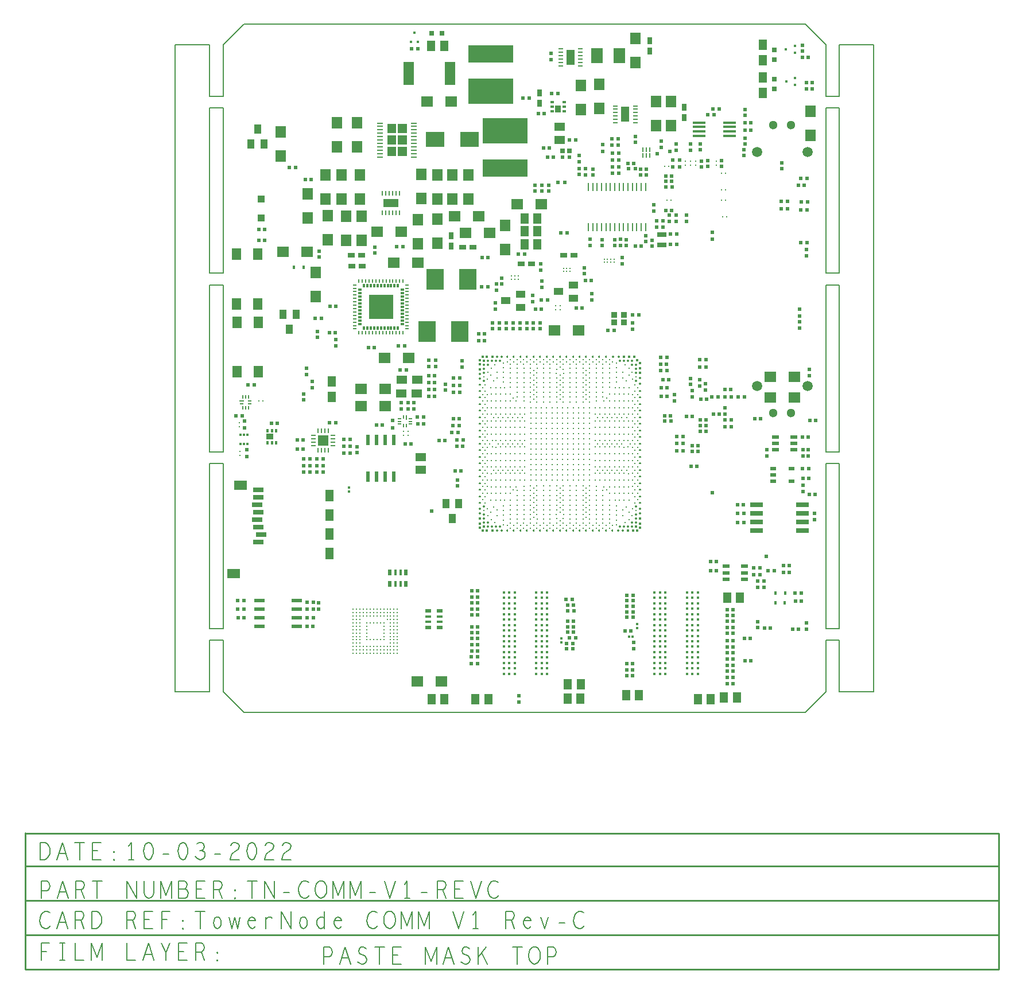
<source format=gbr>
G04 ================== begin FILE IDENTIFICATION RECORD ==================*
G04 Layout Name:  COM_V1_P3-10March2022.brd*
G04 Film Name:    COM_V1_P2-PT.gbr*
G04 File Format:  Gerber RS274X*
G04 File Origin:  Cadence Allegro 16.6-2015-S108*
G04 Origin Date:  Thu Mar 10 23:17:37 2022*
G04 *
G04 Layer:  DRAWING FORMAT/FILM_LABEL_OUTLINE*
G04 Layer:  PIN/PASTEMASK_TOP*
G04 Layer:  PACKAGE GEOMETRY/PASTEMASK_TOP*
G04 Layer:  BOARD GEOMETRY/OUTLINE*
G04 *
G04 Offset:    (0.000 0.000)*
G04 Mirror:    No*
G04 Mode:      Positive*
G04 Rotation:  0*
G04 FullContactRelief:  No*
G04 UndefLineWidth:     6.000*
G04 ================== end FILE IDENTIFICATION RECORD ====================*
%FSLAX55Y55*MOIN*%
%IR0*IPPOS*OFA0.00000B0.00000*MIA0B0*SFA1.00000B1.00000*%
%ADD31R,.021X.007*%
%ADD29R,.007X.021*%
%AMMACRO52*
4,1,22,-.015709,-.0045,
-.015709,.0045,
.011193,.0045,
.011975,.004435,
.012733,.004235,
.013446,.003907,
.01409,.00346,
.014647,.002908,
.0151,.002267,
.015435,.001558,
.015641,.000801,
.015713,.00002,
.015648,-.000762,
.015448,-.001521,
.01512,-.002233,
.014672,-.002878,
.01412,-.003435,
.01348,-.003887,
.01277,-.004222,
.012013,-.004428,
.011232,-.0045,
.011193,-.0045,
-.015709,-.0045,
0.0*
%
%ADD52MACRO52*%
%ADD79R,.106X.087*%
%ADD32R,.14X.14*%
%ADD51R,.059X.138*%
%ADD68C,.009055*%
%ADD22C,.009449*%
%ADD41R,.023622X.007874*%
%ADD42R,.007874X.023622*%
%ADD74R,.009843X.051575*%
%ADD40R,.007874X.007874*%
%ADD27R,.1X.12*%
%ADD91R,.008661X.027559*%
%ADD37O,.007874X.029528*%
%ADD38O,.029528X.007874*%
%ADD77R,.26X.1*%
%ADD28R,.012X.02*%
%ADD44R,.027559X.007874*%
%ADD30R,.02X.012*%
%ADD61O,.0135X.01*%
%ADD43R,.007874X.027559*%
%ADD39R,.04X.03*%
%ADD80R,.03X.04*%
%ADD64O,.01X.0135*%
%ADD75R,.02X.016*%
%ADD78R,.26X.15*%
%ADD24R,.016X.02*%
%ADD72R,.027X.011*%
%ADD35R,.06X.05*%
%ADD21R,.017X.012*%
%ADD85R,.012X.017*%
%ADD49R,.011X.027*%
%ADD34R,.05X.06*%
%ADD10R,.07X.06*%
%AMMACRO53*
4,1,22,.015709,.0045,
.015709,-.0045,
-.011193,-.0045,
-.011975,-.004435,
-.012733,-.004235,
-.013446,-.003907,
-.01409,-.00346,
-.014647,-.002908,
-.0151,-.002267,
-.015435,-.001558,
-.015641,-.000801,
-.015713,-.00002,
-.015648,.000762,
-.015448,.001521,
-.01512,.002233,
-.014672,.002878,
-.01412,.003435,
-.01348,.003887,
-.01277,.004222,
-.012013,.004428,
-.011232,.0045,
-.011193,.0045,
.015709,.0045,
0.0*
%
%ADD53MACRO53*%
%ADD33R,.06X.07*%
%ADD76R,.038X.041*%
%ADD63C,.011*%
%ADD18R,.045X.07*%
%ADD69R,.037X.033*%
%ADD62C,.012*%
%ADD25R,.041X.038*%
%ADD65C,.013*%
%ADD92R,.075X.015*%
%ADD60C,.014*%
%ADD45R,.0118X.0181*%
%ADD14R,.059X.051*%
%ADD84R,.076X.025*%
%ADD71R,.065X.09*%
%ADD59C,.016*%
%ADD57R,.051X.059*%
%ADD50R,.091X.047*%
%ADD73R,.047X.091*%
%ADD70R,.055X.039*%
%ADD16R,.075X.055*%
%ADD46R,.0248X.02205*%
%ADD26R,.039X.055*%
%ADD13R,.02X.02*%
%ADD47R,.02205X.0248*%
%ADD15R,.059X.028*%
%ADD82R,.031X.031*%
%ADD17R,.075X.058*%
%ADD93R,.016142X.011811*%
%ADD55R,.011811X.016142*%
%ADD48R,.058X.068*%
%ADD88C,.051181*%
%ADD81R,.028X.028*%
%ADD56R,.024402X.024402*%
%ADD19R,.023622X.035433*%
%ADD66R,.035433X.023622*%
%ADD36R,.061024X.061024*%
%ADD89C,.059055*%
%ADD54R,.043307X.043307*%
%ADD58C,.015748*%
%ADD83R,.03937X.021654*%
%ADD20R,.015748X.035433*%
%ADD67R,.035433X.015748*%
%ADD11R,.023622X.059843*%
%ADD12R,.059843X.023622*%
%ADD86R,.037402X.019685*%
%ADD90R,.055118X.027559*%
%ADD87R,.03937X.019685*%
%ADD23R,.015748X.019685*%
%ADD94C,.005*%
%ADD95C,.006*%
%ADD96C,.01*%
G75*
%LPD*%
G75*
G36*
G01X101524Y336613D02*
Y342124D01*
X106642D01*
Y336613D01*
X101524D01*
G37*
G36*
G01X95225D02*
Y342124D01*
X100343D01*
Y336613D01*
X95225D01*
G37*
G36*
G01Y323227D02*
Y328739D01*
X100343D01*
Y323227D01*
X95225D01*
G37*
G36*
G01X101524D02*
Y328739D01*
X106642D01*
Y323227D01*
X101524D01*
G37*
G36*
G01X95225Y329920D02*
Y335432D01*
X100343D01*
Y329920D01*
X95225D01*
G37*
G36*
G01X101524D02*
Y335432D01*
X106642D01*
Y329920D01*
X101524D01*
G37*
G54D10*
X112729Y17855D03*
X94094Y178154D03*
X80094D03*
X94025Y188177D03*
X80025D03*
X107753Y205904D03*
X93753D03*
X112989Y261376D03*
X98989D03*
X103224Y279468D03*
X89224D03*
X34752Y267540D03*
X48752D03*
X126729Y17855D03*
X206310Y222114D03*
X192310D03*
X148516Y288302D03*
X134516D03*
X118458Y354900D03*
X132458D03*
X184806Y295447D03*
X170806D03*
X154597Y278750D03*
X140597D03*
X331602Y182942D03*
X317602D03*
X331714Y195109D03*
X317714D03*
G54D11*
X98963Y136914D03*
X93963D03*
X88963D03*
X83963D03*
X88963Y158489D03*
X83963D03*
X98963D03*
X93963D03*
G54D20*
X103036Y74592D03*
X99886D03*
Y81284D03*
X103036D03*
G54D12*
X42598Y49982D03*
X21023D03*
X42598Y54982D03*
X21023D03*
X42598Y59982D03*
X21023D03*
X42598Y64982D03*
X21023D03*
G54D21*
X73066Y130591D03*
Y128407D03*
X196477Y43020D03*
Y40836D03*
X240451Y51241D03*
Y49057D03*
G54D30*
X79331Y233707D03*
Y235676D03*
Y231739D03*
X103937Y241582D03*
Y235676D03*
Y239613D03*
Y233707D03*
Y231739D03*
X79331Y243550D03*
Y241582D03*
Y239613D03*
Y227802D03*
Y229770D03*
X103937Y243550D03*
Y227802D03*
Y229770D03*
X79331Y225833D03*
X103937D03*
Y237645D03*
X79331D03*
X103937Y245519D03*
X79331D03*
G54D13*
X50336Y139702D03*
X46836D03*
X57936D03*
X54436D03*
X11992Y64982D03*
X8492D03*
X12000Y59982D03*
X8500D03*
X12060Y54981D03*
X8560D03*
X52236Y63877D03*
X48736D03*
X48761Y59990D03*
X52261D03*
X52206Y49928D03*
X48706D03*
X52266Y55019D03*
X48766D03*
X55424Y63520D03*
Y60020D03*
X109134Y155976D03*
X105634D03*
X28031Y168139D03*
X31531D03*
X50336Y147261D03*
X46836D03*
X57936Y147210D03*
X54436D03*
X92508Y167135D03*
X89008D03*
X46391Y158348D03*
X42891D03*
X46418Y152916D03*
X42918D03*
X73682Y150655D03*
X70182D03*
X77695Y154468D03*
Y150968D03*
X50336Y143202D03*
X46836D03*
X57936D03*
X54436D03*
X73682Y154671D03*
X70182D03*
X65344Y168235D03*
X61844D03*
X73638Y158742D03*
X70138D03*
X112918Y167607D03*
X112815Y171666D03*
X102756Y199092D03*
X106256D03*
X84313Y212023D03*
X87813D03*
X65548Y216618D03*
Y213118D03*
X105366Y212886D03*
X101866D03*
X54570Y221416D03*
Y217916D03*
X65103Y220822D03*
X61603D03*
X65408Y235937D03*
X61908D03*
X53532Y228983D03*
X57032D03*
X98298Y165244D03*
Y169766D03*
X103379Y176378D03*
Y179878D03*
X110865Y176494D03*
Y179994D03*
X107309Y179878D03*
Y176378D03*
X46668Y181626D03*
Y185126D03*
X48273Y199959D03*
Y196459D03*
X24103Y274330D03*
X20603D03*
X38484Y316676D03*
X41984D03*
X55675Y268047D03*
Y264546D03*
X20575Y280659D03*
X24075D03*
X47638Y309809D03*
X51138D03*
X88127Y266981D03*
Y270481D03*
X100721Y270666D03*
X104221D03*
X234342Y21240D03*
X171664Y9590D03*
Y6090D03*
X203536Y49729D03*
X200036D03*
X204709Y43505D03*
X201209D03*
X144179Y28426D03*
X147679D03*
X144311Y49801D03*
X147811D03*
X234342Y28274D03*
Y24653D03*
X234534Y61568D03*
Y55187D03*
Y58350D03*
X234479Y64896D03*
Y68168D03*
X144315Y60038D03*
X147815D03*
X203536Y46620D03*
X200036D03*
X202622Y65717D03*
X199122D03*
X203536Y52892D03*
X200036D03*
X144315Y35698D03*
X147815D03*
X203536Y62382D03*
X200036D03*
X203591Y59054D03*
X200091D03*
X144315Y56573D03*
X147815D03*
X144315Y39408D03*
X147815D03*
X144315Y70588D03*
X147815D03*
X144315Y67123D03*
X147815D03*
X144315Y42898D03*
X147815D03*
X144315Y46389D03*
X147815D03*
X144315Y63658D03*
X147815D03*
X144216Y32313D03*
X147716D03*
X199453Y36870D03*
X202953D03*
X202972Y40010D03*
X199472D03*
X233226Y47415D03*
X134714Y140415D03*
X138214D03*
X135886Y131541D03*
Y135041D03*
X121029Y117098D03*
X125234Y158176D03*
X128734D03*
X119234Y183576D03*
X122734D03*
X119234Y187576D03*
X122734D03*
X119234Y191576D03*
X122734D03*
X133492Y166824D03*
X136992D03*
X132764Y162835D03*
X136264D03*
X137074Y170820D03*
X133574D03*
X139210Y154716D03*
X135710D03*
X139321Y158506D03*
X135821D03*
X137257Y186040D03*
X133757D03*
X137243Y190127D03*
X133743D03*
X128952Y187211D03*
Y190711D03*
X116418Y167607D03*
X116315Y171666D03*
X119234Y195576D03*
X122734D03*
X119397Y204615D03*
Y201115D03*
X123537Y204615D03*
Y201115D03*
X137243Y194228D03*
X133743D03*
X138838Y204217D03*
Y200717D03*
X183928Y226448D03*
Y222948D03*
X184934Y250576D03*
Y247076D03*
X179928Y226499D03*
Y222999D03*
X156526Y226379D03*
Y222879D03*
X160526Y226379D03*
Y222879D03*
X172526Y226379D03*
Y222879D03*
X176526Y226379D03*
Y222879D03*
X168526Y226379D03*
Y222879D03*
X164526Y226379D03*
Y222879D03*
X213734Y250876D03*
X210234D03*
X209734Y254876D03*
Y258376D03*
X161734Y252476D03*
Y248976D03*
X184534Y260676D03*
Y257176D03*
X223434Y221937D03*
X226934D03*
X181374Y234424D03*
X184874D03*
X158704Y248939D03*
Y245439D03*
X184732Y239759D03*
X188232D03*
X213990Y239842D03*
Y243342D03*
X231826Y260803D03*
X157928Y234481D03*
Y237981D03*
X179738Y242264D03*
Y238764D03*
X204969Y235114D03*
X208469D03*
X148371Y220175D03*
X151871D03*
X148330Y216164D03*
X151830D03*
X153684Y247270D03*
X150184D03*
X201108Y332798D03*
X204608D03*
X206700Y320034D03*
Y323534D03*
X214731Y312301D03*
Y315801D03*
X219906Y271306D03*
Y274806D03*
X227546D03*
Y271306D03*
X153812Y264292D03*
X150312D03*
X171534Y266276D03*
X175034D03*
X189034Y306376D03*
Y302876D03*
X185034Y306376D03*
Y302876D03*
X180934Y306376D03*
Y302876D03*
X182934Y347976D03*
X186434D03*
X177584Y356876D03*
X174084D03*
X210452Y312361D03*
Y315861D03*
X212962Y274869D03*
Y271369D03*
X233979Y274806D03*
Y271306D03*
X230726Y274860D03*
Y271360D03*
X194226Y359604D03*
X190726D03*
X206697Y316148D03*
Y312648D03*
X190510Y379491D03*
X231826Y264303D03*
X188288Y322832D03*
X191788D03*
X189488Y327963D03*
X185988D03*
X190510Y382991D03*
X296090Y20365D03*
X292590D03*
X296090Y16657D03*
X292590D03*
X237842Y21240D03*
X340031Y141729D03*
X336531D03*
X340302Y126738D03*
X343802D03*
X296141Y45985D03*
X292641D03*
X296141Y49454D03*
X292641D03*
X296141Y52904D03*
X292641D03*
X296141Y56329D03*
X292641D03*
X296141Y59677D03*
X292641D03*
X296090Y41571D03*
X292590D03*
X296090Y38017D03*
X292590D03*
X296090Y34563D03*
X292590D03*
X296090Y31054D03*
X292590D03*
X296090Y24010D03*
X292590D03*
X237842Y28274D03*
Y24653D03*
X238034Y61568D03*
Y55187D03*
Y58350D03*
X237979Y64896D03*
Y68168D03*
X283002Y87663D03*
X286502D03*
X283010Y82328D03*
X286510D03*
X308067Y80129D03*
X311567D03*
X328784Y85421D03*
X325284D03*
X336574Y128447D03*
Y131947D03*
X306110Y43089D03*
X302610D03*
X302320Y110506D03*
X298820D03*
X292575Y27510D03*
X296075D03*
X302920Y30111D03*
X306420D03*
X238527Y37041D03*
Y40541D03*
X236726Y47415D03*
X343375Y112148D03*
Y115648D03*
X298667Y120629D03*
X302167D03*
X310320Y76318D03*
Y72818D03*
X302321Y115645D03*
X298821D03*
X332118Y69290D03*
X335618D03*
X314011Y76318D03*
Y72818D03*
X340199Y136029D03*
X336699D03*
X328788Y81392D03*
X325288D03*
X319940Y82199D03*
X316440D03*
X308084Y84144D03*
X311584D03*
X338574Y48414D03*
Y51914D03*
X310376Y52732D03*
Y49232D03*
X317727Y49107D03*
X314227D03*
X330639Y48237D03*
X334139D03*
X315432Y90579D03*
X284076Y127835D03*
X257734Y183676D03*
X254234D03*
X344056Y169553D03*
X340556D03*
X302594Y183200D03*
X299094D03*
X287328Y183220D03*
X283828D03*
X280122Y187423D03*
Y190923D03*
X294860Y187552D03*
X291360D03*
X272428Y172180D03*
X268928D03*
X275151Y143096D03*
X271651D03*
X266920Y156236D03*
X263420D03*
X266982Y152146D03*
X263482D03*
X266956Y160322D03*
X263456D03*
X272242Y154928D03*
X275742D03*
X261888Y184672D03*
Y181172D03*
X272514Y183416D03*
Y186916D03*
X276841Y193305D03*
Y189805D03*
X291428Y183213D03*
X294928D03*
X291435Y176964D03*
Y173464D03*
X284595Y173465D03*
X288095D03*
X271281Y194116D03*
Y190616D03*
X291469Y166130D03*
X294969D03*
X257809Y188752D03*
X254309D03*
X336591Y149039D03*
Y152539D03*
X308631Y170677D03*
X312131D03*
X275738Y151802D03*
X272238D03*
X280510Y163261D03*
X277010D03*
X280510Y166838D03*
X277010D03*
X280510Y169871D03*
X277010D03*
X294975Y169933D03*
X291475D03*
X277221Y182175D03*
X280721D03*
X339828Y152544D03*
Y149044D03*
X336330Y160041D03*
X339830D03*
X315596Y152567D03*
Y149067D03*
X280266Y200536D03*
X276766D03*
X280266Y205165D03*
X276766D03*
X255362Y193300D03*
X258862D03*
X254206Y198767D03*
X257706D03*
X254021Y202262D03*
X257521D03*
X254080Y206203D03*
X257580D03*
X340379Y199262D03*
Y195762D03*
X237660Y222789D03*
Y226289D03*
X241221Y230898D03*
X237720D03*
X256396Y169240D03*
X259896D03*
X256376Y172271D03*
X259876D03*
X335388Y310210D03*
X338888D03*
X338640Y268924D03*
Y265424D03*
X335432Y273121D03*
X338932D03*
X245333Y277158D03*
Y273658D03*
X245627Y312332D03*
Y315832D03*
X239370Y270986D03*
X242870D03*
X338563Y365977D03*
X342063D03*
X254355Y331857D03*
Y328357D03*
X306490Y338233D03*
X302990D03*
X306542Y342532D03*
X303042D03*
X239330Y334690D03*
Y331190D03*
X303188Y350411D03*
Y346911D03*
X302996Y330274D03*
Y333774D03*
X302515Y327170D03*
Y323670D03*
X248888Y274486D03*
Y270986D03*
X242308Y312243D03*
Y315743D03*
X342087Y362343D03*
X338587D03*
X284528Y350611D03*
X288028D03*
X263370Y278010D03*
X259870D03*
X263361Y272111D03*
X259861D03*
X281532Y347377D03*
X285032D03*
X339318Y296751D03*
X335818D03*
X327704Y296957D03*
X324204D03*
X333968Y306514D03*
X337468D03*
X338958Y292178D03*
X335458D03*
X327704Y292846D03*
X324204D03*
X235024Y319035D03*
X238524D03*
X339730Y380673D03*
X336230D03*
X259494Y326158D03*
X252040Y324778D03*
X255292Y282001D03*
X251792D03*
X324458Y316016D03*
Y319516D03*
X255272Y285597D03*
X251772D03*
X289347Y317253D03*
Y320753D03*
X260549Y311695D03*
X257049D03*
X263100Y285422D03*
Y288922D03*
X250204Y294935D03*
Y291435D03*
X260549Y291772D03*
X257049D03*
X259114Y285422D03*
Y288922D03*
X257049Y308522D03*
X260549D03*
X276984Y326858D03*
Y330358D03*
X281287Y320801D03*
Y317301D03*
X336257Y384292D03*
Y387792D03*
G54D40*
X107306Y163457D03*
Y161094D03*
X104773Y161134D03*
Y163496D03*
X9263Y168224D03*
Y165862D03*
X9615Y149451D03*
Y151814D03*
X20689Y180934D03*
X23051D03*
X195864Y236492D03*
Y234130D03*
X193165Y236492D03*
Y234129D03*
X271306Y317870D03*
Y320232D03*
X268245Y317870D03*
Y320232D03*
X289294Y303612D03*
X291657D03*
X289294Y297807D03*
X291657D03*
X289294Y313336D03*
X291657D03*
X289995Y287956D03*
X292358D03*
X274312Y317870D03*
Y320232D03*
X259980Y297704D03*
X257618D03*
X286247Y317870D03*
Y320232D03*
X258756Y317480D03*
X256393D03*
G54D22*
X101132Y59924D03*
Y57956D03*
Y55987D03*
Y54019D03*
Y52050D03*
Y50082D03*
Y48113D03*
Y46145D03*
Y44176D03*
Y42208D03*
Y40239D03*
Y38271D03*
Y36302D03*
Y34334D03*
X99164Y59924D03*
Y57956D03*
Y55987D03*
Y54019D03*
Y52050D03*
Y50082D03*
Y48113D03*
Y46145D03*
Y44176D03*
Y42208D03*
Y40239D03*
Y38271D03*
Y36302D03*
Y34334D03*
X97194Y59924D03*
Y57956D03*
Y55987D03*
Y54019D03*
Y52050D03*
Y50082D03*
Y48113D03*
Y46145D03*
Y44176D03*
Y42208D03*
Y40239D03*
Y38271D03*
Y36302D03*
Y34334D03*
X95227Y59924D03*
Y57956D03*
Y55987D03*
Y54019D03*
Y38271D03*
Y36302D03*
Y34334D03*
X93258Y59924D03*
Y57956D03*
Y55987D03*
Y52050D03*
Y50082D03*
Y48113D03*
Y46145D03*
Y44176D03*
Y42208D03*
Y38271D03*
Y36302D03*
Y34334D03*
X91290Y59924D03*
Y57956D03*
Y55987D03*
Y52050D03*
Y42208D03*
Y38271D03*
Y36302D03*
Y34334D03*
X89320Y59924D03*
Y57956D03*
Y55987D03*
Y52050D03*
Y42208D03*
Y38271D03*
Y36302D03*
Y34334D03*
X87353Y59924D03*
Y57956D03*
Y55987D03*
Y52050D03*
Y42208D03*
Y38271D03*
Y36302D03*
Y34334D03*
X85384Y59924D03*
Y57956D03*
Y55987D03*
Y52050D03*
Y42208D03*
Y38271D03*
Y36302D03*
Y34334D03*
X83416Y59924D03*
Y57956D03*
Y55987D03*
Y52050D03*
Y50082D03*
Y48113D03*
Y46145D03*
Y44176D03*
Y42208D03*
Y38271D03*
Y36302D03*
Y34334D03*
X81446Y59924D03*
Y57956D03*
Y55987D03*
Y38271D03*
Y36302D03*
Y34334D03*
X79479Y59924D03*
Y57956D03*
Y55987D03*
Y54019D03*
Y52050D03*
Y50082D03*
Y48113D03*
Y46145D03*
Y44176D03*
Y42208D03*
Y40239D03*
Y38271D03*
Y36302D03*
Y34334D03*
X77509Y59924D03*
Y57956D03*
Y55987D03*
Y54019D03*
Y52050D03*
Y50082D03*
Y48113D03*
Y46145D03*
Y44176D03*
Y42208D03*
Y40239D03*
Y38271D03*
Y36302D03*
Y34334D03*
X75542Y59924D03*
Y57956D03*
Y55987D03*
Y54019D03*
Y52050D03*
Y50082D03*
Y48113D03*
Y46145D03*
Y44176D03*
Y42208D03*
Y40239D03*
Y38271D03*
Y36302D03*
Y34334D03*
X199534Y258160D03*
X201502D03*
X199534Y256191D03*
X201502D03*
X197565D03*
Y258160D03*
X169334Y253760D03*
X171302D03*
X169334Y251791D03*
X171302D03*
X167365D03*
Y253760D03*
G54D31*
X76494Y232722D03*
Y234692D03*
Y236659D03*
X106774Y240596D03*
Y238629D03*
Y236659D03*
Y234692D03*
Y232722D03*
X76494Y242566D03*
Y240596D03*
Y238629D03*
Y224848D03*
Y248470D03*
Y230755D03*
Y228785D03*
Y222881D03*
Y226818D03*
X106774Y222881D03*
Y226818D03*
Y224848D03*
Y242566D03*
Y244534D03*
Y246503D03*
Y248470D03*
Y228785D03*
Y230755D03*
X76494Y246503D03*
Y244534D03*
G54D23*
X46698Y258651D03*
X41186D03*
X326226Y69261D03*
X320714D03*
X326192Y63846D03*
X320680D03*
G54D50*
X97434Y296076D03*
G54D14*
X114562Y140976D03*
Y148456D03*
X195276Y332798D03*
Y340278D03*
G54D41*
X108807Y170744D03*
Y169169D03*
Y167594D03*
X102508D03*
Y169169D03*
Y170744D03*
X15369Y180972D03*
Y179397D03*
X10645D03*
G54D32*
X91634Y235676D03*
G54D15*
X19704Y120628D03*
Y111966D03*
X20491Y98974D03*
Y129289D03*
Y124958D03*
Y107635D03*
Y116297D03*
X22066Y103305D03*
G54D60*
X149056Y115547D03*
Y118197D03*
X151325Y110279D03*
X151385Y112615D03*
X151392Y114951D03*
X151378Y119623D03*
X153711Y107893D03*
X153661Y110229D03*
X156047Y107953D03*
X158979Y105624D03*
X158383Y107960D03*
X161629Y105624D03*
X160716Y107859D03*
X229507Y105624D03*
X230419Y107859D03*
X232157Y105624D03*
X232753Y107960D03*
X149056Y193949D03*
Y196599D03*
X151378Y192523D03*
X151392Y197195D03*
X151385Y199531D03*
X151325Y201867D03*
X153661Y201917D03*
X153711Y204253D03*
X156047Y204193D03*
X158383Y204186D03*
X158979Y206522D03*
X160716Y204287D03*
X161629Y206522D03*
X226338D03*
X230419Y204287D03*
X229738Y206522D03*
X232753Y204186D03*
X235089Y107953D03*
X237425Y107893D03*
X237475Y110229D03*
X239811Y110279D03*
X239751Y112615D03*
X239744Y114951D03*
X239758Y119623D03*
X242080Y115547D03*
Y118197D03*
X235089Y204193D03*
X237475Y201917D03*
X237425Y204253D03*
X239758Y192523D03*
X239744Y197195D03*
X239751Y199531D03*
X239811Y201867D03*
X242080Y190860D03*
Y194451D03*
G54D33*
X53871Y255733D03*
Y241733D03*
X77608Y342687D03*
Y328687D03*
X115092Y312557D03*
Y298557D03*
X68880Y298304D03*
Y312304D03*
X79468Y298304D03*
Y312304D03*
X60553Y274661D03*
Y288661D03*
X80290Y274352D03*
Y288352D03*
X49143Y287408D03*
Y301408D03*
X71347Y288352D03*
Y274352D03*
X59526Y298407D03*
Y312407D03*
X33470Y337311D03*
Y323311D03*
X113000Y286433D03*
Y272433D03*
X65994Y342584D03*
Y328584D03*
X207748Y364238D03*
Y350238D03*
X124298Y312456D03*
Y298456D03*
X133200Y312354D03*
Y298354D03*
X142507Y312354D03*
Y298354D03*
X124356Y286792D03*
Y272792D03*
X163813Y283076D03*
Y269076D03*
X218501Y365094D03*
Y351094D03*
X341125Y349370D03*
Y335370D03*
X251240Y354932D03*
Y340932D03*
X260184Y355034D03*
Y341034D03*
X239280Y377777D03*
Y391777D03*
G54D24*
X30790Y163822D03*
Y156656D03*
X25672Y163822D03*
X28231D03*
Y156656D03*
X25672D03*
G54D42*
X106445Y166807D03*
X104870D03*
Y171531D03*
X11432Y183334D03*
X13007D03*
X14582D03*
Y177035D03*
X13007D03*
X11432D03*
G54D51*
X107581Y371399D03*
X131596D03*
G54D16*
X6121Y80549D03*
G54D70*
X172722Y243004D03*
X164022Y239254D03*
X172722Y235504D03*
X203390Y248302D03*
X194690Y244552D03*
X203390Y240802D03*
G54D25*
X27050Y160239D03*
G54D34*
X62922Y183293D03*
Y192293D03*
X313364Y359889D03*
Y368889D03*
X313470Y379104D03*
Y388104D03*
G54D43*
X106445Y171335D03*
G54D61*
X149056Y121639D03*
Y125465D03*
Y129291D03*
Y133117D03*
Y136943D03*
Y140769D03*
Y144595D03*
Y148421D03*
Y152247D03*
Y156073D03*
Y159899D03*
Y163725D03*
Y167551D03*
Y171377D03*
Y175203D03*
Y179029D03*
Y182855D03*
Y186681D03*
Y190507D03*
X242080Y121639D03*
Y125465D03*
Y129291D03*
Y133117D03*
Y136943D03*
Y140769D03*
Y144595D03*
Y148421D03*
Y152247D03*
Y156073D03*
Y159899D03*
Y163725D03*
Y167551D03*
Y171377D03*
Y175203D03*
Y179029D03*
Y182855D03*
Y186681D03*
G54D52*
X91191Y330707D03*
Y332676D03*
Y334644D03*
Y336613D03*
Y338581D03*
Y340550D03*
Y342518D03*
Y328739D03*
Y324802D03*
Y322833D03*
Y326770D03*
G54D17*
X10058Y131927D03*
G54D26*
X34746Y231389D03*
X38496Y222689D03*
X42246Y231389D03*
X19934Y338921D03*
X16184Y330221D03*
X23684D03*
X136846Y121312D03*
X129346D03*
X133096Y112612D03*
G54D71*
X230081Y381751D03*
X217089D03*
G54D62*
X151357Y117287D03*
X153666Y114420D03*
X153406Y118462D03*
X155557Y112125D03*
X155259Y116259D03*
X155535Y123367D03*
X155658Y127267D03*
X155660Y131167D03*
Y135067D03*
Y138796D03*
X157194Y119380D03*
X156911Y140769D03*
X157852Y110235D03*
X158947Y114478D03*
Y117836D03*
X158335Y123367D03*
X158311Y127267D03*
Y131167D03*
Y135067D03*
Y138899D03*
X161065Y123367D03*
X161111Y127267D03*
Y131167D03*
Y135067D03*
Y138899D03*
X159711Y140769D03*
X162862Y111751D03*
Y114551D03*
Y117351D03*
Y120151D03*
X163401Y123367D03*
X162511Y140769D03*
X163911Y127267D03*
Y131167D03*
Y135067D03*
Y138899D03*
X165311Y140769D03*
X166762Y112226D03*
Y114879D03*
Y117679D03*
Y120479D03*
Y123279D03*
X166672Y127267D03*
X166711Y131167D03*
Y135067D03*
Y138899D03*
X168344Y129496D03*
X168111Y140769D03*
X170662Y112228D03*
Y114879D03*
Y117679D03*
Y120479D03*
Y123279D03*
Y126079D03*
Y128879D03*
X170190Y131167D03*
X169511Y135067D03*
Y138899D03*
X170911Y140769D03*
X172311Y135067D03*
Y138899D03*
X174562Y112228D03*
Y114879D03*
Y117679D03*
Y120479D03*
Y123279D03*
Y126079D03*
Y128879D03*
Y131251D03*
X175111Y135067D03*
Y138899D03*
X173711Y140769D03*
X178290Y112228D03*
X178394Y114879D03*
Y117679D03*
Y120479D03*
Y123279D03*
Y126079D03*
Y128879D03*
Y131679D03*
X180264Y113479D03*
Y116279D03*
Y119079D03*
Y121879D03*
Y124679D03*
Y127479D03*
Y130279D03*
X182237Y112228D03*
X182134Y114879D03*
Y117679D03*
Y120479D03*
Y123279D03*
Y126079D03*
Y128879D03*
Y131679D03*
X185966Y112228D03*
Y114879D03*
Y117679D03*
Y120479D03*
Y123279D03*
Y126079D03*
Y128879D03*
Y131679D03*
X189866Y112228D03*
Y114879D03*
Y117679D03*
Y120479D03*
Y123279D03*
Y126079D03*
Y128879D03*
Y131679D03*
X193746Y112787D03*
X193501Y115111D03*
X193698Y117679D03*
Y120479D03*
Y123279D03*
Y126079D03*
Y128879D03*
Y131679D03*
X195568Y116279D03*
Y119079D03*
Y121879D03*
Y124679D03*
Y127479D03*
Y130279D03*
X197390Y112787D03*
X197635Y115111D03*
X197438Y117679D03*
Y120479D03*
Y123279D03*
Y126079D03*
Y128879D03*
Y131679D03*
X201270Y112228D03*
Y114879D03*
Y117679D03*
Y120479D03*
Y123279D03*
Y126079D03*
Y128879D03*
Y131679D03*
X205170Y112228D03*
Y114879D03*
Y117679D03*
Y120479D03*
Y123279D03*
Y126079D03*
Y128879D03*
Y131679D03*
X208899Y112228D03*
X209002Y114879D03*
Y117679D03*
Y120479D03*
Y123279D03*
Y126079D03*
Y128879D03*
Y131679D03*
X210872Y113479D03*
Y116279D03*
Y119079D03*
Y121879D03*
Y124679D03*
Y127479D03*
Y130279D03*
X212845Y112228D03*
X212742Y114879D03*
Y117679D03*
Y120479D03*
Y123279D03*
Y126079D03*
Y128879D03*
Y131679D03*
X216574Y112228D03*
Y114879D03*
Y117679D03*
Y120479D03*
Y123279D03*
Y126079D03*
Y128879D03*
Y131251D03*
X216025Y135067D03*
Y138899D03*
X217425Y140769D03*
X218825Y135067D03*
Y138899D03*
X220474Y112228D03*
Y114879D03*
Y117679D03*
Y120479D03*
Y123279D03*
Y126079D03*
Y128879D03*
X220946Y131167D03*
X221625Y135067D03*
Y138899D03*
X220225Y140769D03*
X222792Y129496D03*
X223025Y140769D03*
X224374Y112226D03*
Y114879D03*
Y117679D03*
Y120479D03*
Y123279D03*
X224464Y127267D03*
X224425Y131167D03*
Y135067D03*
Y138899D03*
X227225Y127267D03*
Y131167D03*
Y135067D03*
Y138899D03*
X225825Y140769D03*
X228274Y111751D03*
Y114551D03*
Y117351D03*
Y120151D03*
X227735Y123367D03*
X228625Y140769D03*
X230071Y123367D03*
X230025Y127267D03*
Y131167D03*
Y135067D03*
Y138899D03*
X231425Y140769D03*
X233284Y110235D03*
X232189Y114478D03*
Y117836D03*
X232801Y123367D03*
X232825Y127267D03*
Y131167D03*
Y135067D03*
Y138899D03*
X233942Y119380D03*
X234225Y140769D03*
X151357Y194859D03*
X153406Y193684D03*
X153666Y197726D03*
X155660Y142742D03*
Y146471D03*
Y150371D03*
Y161775D03*
Y165675D03*
Y169404D03*
Y173350D03*
Y177079D03*
Y180979D03*
X155658Y184879D03*
X155535Y188779D03*
X155259Y195887D03*
X155557Y200021D03*
X156219Y154251D03*
Y157895D03*
X156911Y171377D03*
X157194Y192766D03*
X158311Y142639D03*
Y146471D03*
Y150371D03*
X158542Y154006D03*
Y158140D03*
X158311Y161775D03*
Y165675D03*
Y169507D03*
Y173247D03*
Y177079D03*
Y180979D03*
Y184879D03*
X158335Y188779D03*
X158947Y194310D03*
Y197668D03*
X157852Y201911D03*
X161111Y142639D03*
Y146471D03*
Y150371D03*
Y154203D03*
X159711Y156073D03*
X161111Y157943D03*
Y161775D03*
Y165675D03*
Y169507D03*
X159711Y171377D03*
X161111Y173247D03*
Y177079D03*
Y180979D03*
Y184879D03*
X161065Y188779D03*
X162511Y156073D03*
Y171377D03*
X163401Y188779D03*
X162862Y191995D03*
Y194795D03*
Y197595D03*
Y200395D03*
X163911Y142639D03*
Y146471D03*
Y150371D03*
Y154203D03*
X165311Y156073D03*
X163911Y157943D03*
Y161775D03*
Y165675D03*
Y169507D03*
X165311Y171377D03*
X163911Y173247D03*
Y177079D03*
Y180979D03*
Y184879D03*
X166711Y142639D03*
Y146471D03*
Y150371D03*
Y154203D03*
Y157943D03*
Y161775D03*
Y165675D03*
Y169507D03*
Y173247D03*
Y177079D03*
Y180979D03*
X166672Y184879D03*
X166762Y188867D03*
Y191667D03*
Y194467D03*
Y197267D03*
Y199920D03*
X168111Y156073D03*
Y171377D03*
X168344Y182650D03*
X169511Y142639D03*
Y146471D03*
Y150371D03*
Y154203D03*
X170911Y156073D03*
X169511Y157943D03*
Y161775D03*
Y165675D03*
Y169507D03*
X170911Y171377D03*
X169511Y173247D03*
Y177079D03*
X170190Y180979D03*
X170662Y183267D03*
Y186067D03*
Y188867D03*
Y191667D03*
Y194467D03*
Y197267D03*
Y199918D03*
X172311Y142639D03*
Y146471D03*
Y150371D03*
Y154203D03*
Y157943D03*
Y161775D03*
Y165675D03*
Y169507D03*
Y173247D03*
Y177079D03*
X175111Y142639D03*
Y146471D03*
Y150371D03*
Y154203D03*
X173711Y156073D03*
X175111Y157943D03*
Y161775D03*
Y165675D03*
Y169507D03*
X173711Y171377D03*
X175111Y173247D03*
Y177079D03*
X174562Y180895D03*
Y183267D03*
Y186067D03*
Y188867D03*
Y191667D03*
Y194467D03*
Y197267D03*
Y199918D03*
X178394Y180467D03*
Y183267D03*
Y186067D03*
Y188867D03*
Y191667D03*
Y194467D03*
Y197267D03*
X178290Y199918D03*
X180264Y181867D03*
Y184667D03*
Y187467D03*
Y190267D03*
Y193067D03*
Y195867D03*
Y198667D03*
X182134Y180467D03*
Y183267D03*
Y186067D03*
Y188867D03*
Y191667D03*
Y194467D03*
Y197267D03*
X182237Y199918D03*
X185966Y180467D03*
Y183267D03*
Y186067D03*
Y188867D03*
Y191667D03*
Y194467D03*
Y197267D03*
Y199918D03*
X189866Y180467D03*
Y183267D03*
Y186067D03*
Y188867D03*
Y191667D03*
Y194467D03*
Y197267D03*
Y199918D03*
X193698Y180467D03*
Y183267D03*
Y186067D03*
Y188867D03*
Y191667D03*
Y194467D03*
X193501Y197035D03*
X193746Y199359D03*
X195568Y181867D03*
Y184667D03*
Y187467D03*
Y190267D03*
Y193067D03*
Y195867D03*
X197438Y180467D03*
Y183267D03*
Y186067D03*
Y188867D03*
Y191667D03*
Y194467D03*
X197635Y197035D03*
X197390Y199359D03*
X201270Y180467D03*
Y183267D03*
Y186067D03*
Y188867D03*
Y191667D03*
Y194467D03*
Y197267D03*
Y199918D03*
X205170Y180467D03*
Y183267D03*
Y186067D03*
Y188867D03*
Y191667D03*
Y194467D03*
Y197267D03*
Y199918D03*
X209002Y180467D03*
Y183267D03*
Y186067D03*
Y188867D03*
Y191667D03*
Y194467D03*
Y197267D03*
X208899Y199918D03*
X210872Y181867D03*
Y184667D03*
Y187467D03*
Y190267D03*
Y193067D03*
Y195867D03*
Y198667D03*
X212742Y180467D03*
Y183267D03*
Y186067D03*
Y188867D03*
Y191667D03*
Y194467D03*
Y197267D03*
X212845Y199918D03*
X216025Y142639D03*
Y146471D03*
Y150371D03*
Y154203D03*
X217425Y156073D03*
X216025Y157943D03*
Y161775D03*
Y165675D03*
Y169507D03*
X217425Y171377D03*
X216025Y173247D03*
Y177079D03*
X216574Y180895D03*
Y183267D03*
Y186067D03*
Y188867D03*
Y191667D03*
Y194467D03*
Y197267D03*
Y199918D03*
X218825Y142639D03*
Y146471D03*
Y150371D03*
Y154203D03*
Y157943D03*
Y161775D03*
Y165675D03*
Y169507D03*
Y173247D03*
Y177079D03*
X221625Y142639D03*
Y146471D03*
Y150371D03*
Y154203D03*
X220225Y156073D03*
X221625Y157943D03*
Y161775D03*
Y165675D03*
Y169507D03*
X220225Y171377D03*
X221625Y173247D03*
Y177079D03*
X220946Y180979D03*
X220474Y183267D03*
Y186067D03*
Y188867D03*
Y191667D03*
Y194467D03*
Y197267D03*
Y199918D03*
X223025Y156073D03*
Y171377D03*
X222792Y182650D03*
X224425Y142639D03*
Y146471D03*
Y150371D03*
Y154203D03*
Y157943D03*
Y161775D03*
Y165675D03*
Y169507D03*
Y173247D03*
Y177079D03*
Y180979D03*
X224464Y184879D03*
X224374Y188867D03*
Y191667D03*
Y194467D03*
Y197267D03*
Y199920D03*
X227225Y142639D03*
Y146471D03*
Y150371D03*
Y154203D03*
X225825Y156073D03*
X227225Y157943D03*
Y161775D03*
Y165675D03*
Y169507D03*
X225825Y171377D03*
X227225Y173247D03*
Y177079D03*
Y180979D03*
Y184879D03*
X228625Y156073D03*
Y171377D03*
X227735Y188779D03*
X228274Y191995D03*
Y194795D03*
Y197595D03*
Y200395D03*
X230025Y142639D03*
Y146471D03*
Y150371D03*
Y154203D03*
X231425Y156073D03*
X230025Y157943D03*
Y161775D03*
Y165675D03*
Y169507D03*
X231425Y171377D03*
X230025Y173247D03*
Y177079D03*
Y180979D03*
Y184879D03*
X230071Y188779D03*
X232825Y142639D03*
Y146471D03*
Y150371D03*
X232593Y154006D03*
Y158140D03*
X232825Y161775D03*
Y165675D03*
Y169507D03*
Y173247D03*
Y177079D03*
Y180979D03*
Y184879D03*
X232801Y188779D03*
X232189Y194310D03*
Y197668D03*
X233284Y201911D03*
X234225Y171377D03*
X233942Y192766D03*
X235579Y112125D03*
X235877Y116259D03*
X235601Y123367D03*
X235478Y127267D03*
X235476Y131167D03*
Y135067D03*
Y138796D03*
X237469Y114420D03*
X237730Y118462D03*
X239779Y117287D03*
X234917Y154251D03*
Y157895D03*
X235476Y142742D03*
Y146471D03*
Y150371D03*
Y161775D03*
Y165675D03*
Y169404D03*
Y173350D03*
Y177079D03*
Y180979D03*
X235478Y184879D03*
X235601Y188779D03*
X235877Y195887D03*
X235579Y200021D03*
X237730Y193684D03*
X237469Y197726D03*
X239779Y194859D03*
G54D53*
X110677Y322833D03*
Y328739D03*
Y330707D03*
Y326770D03*
Y338581D03*
Y336613D03*
Y334644D03*
Y332676D03*
Y342518D03*
Y340550D03*
Y324802D03*
G54D35*
X112503Y185280D03*
X103503D03*
X112571Y193189D03*
X103571D03*
G54D80*
X132434Y277076D03*
Y271076D03*
X183734Y360076D03*
Y354076D03*
X267811Y351664D03*
Y345664D03*
X247879Y390398D03*
Y384398D03*
G54D44*
X10842Y180972D03*
G54D90*
X254850Y277522D03*
Y271617D03*
G54D54*
X22092Y298387D03*
Y287364D03*
G54D36*
X58081Y157977D03*
G54D81*
X200899Y326350D03*
X197109D03*
G54D45*
X9949Y161240D03*
X11919D03*
X13889D03*
Y155880D03*
X11919D03*
X9949D03*
G54D18*
X61633Y92360D03*
Y114801D03*
Y126021D03*
Y103580D03*
G54D63*
X150572Y123552D03*
Y127378D03*
Y131204D03*
Y135030D03*
Y138856D03*
X152150Y121829D03*
X151983Y125465D03*
X153324Y127378D03*
X151983Y129291D03*
X153324Y131204D03*
X151983Y133117D03*
X153324Y135030D03*
X151983Y136943D03*
X153324Y138856D03*
X151983Y140769D03*
X162690Y109109D03*
X164960Y108551D03*
X166873Y107140D03*
Y109892D03*
X168786Y108551D03*
X170699Y107140D03*
Y109892D03*
X172612Y108551D03*
X174525Y107140D03*
Y109892D03*
X176438Y108551D03*
X178351Y107140D03*
Y109892D03*
X180264Y108551D03*
X182177Y107140D03*
Y109892D03*
X184090Y108551D03*
X186003Y107140D03*
Y109892D03*
X187916Y108551D03*
X189829Y107140D03*
Y109892D03*
X191742Y108551D03*
X193655Y107140D03*
X193679Y109950D03*
X195568Y108551D03*
Y111325D03*
X197481Y107140D03*
X197457Y109950D03*
X199394Y108551D03*
X201307Y107140D03*
Y109892D03*
X203220Y108551D03*
X205133Y107140D03*
Y109892D03*
X207046Y108551D03*
X208959Y107140D03*
Y109892D03*
X210872Y108551D03*
X212785Y107140D03*
Y109892D03*
X214698Y108551D03*
X216611Y107140D03*
Y109892D03*
X218524Y108551D03*
X220437Y107140D03*
Y109892D03*
X222350Y108551D03*
X224263Y107140D03*
Y109892D03*
X226176Y108551D03*
X228445Y109109D03*
X150572Y142682D03*
Y146508D03*
Y150334D03*
Y154160D03*
Y157986D03*
Y161812D03*
Y165638D03*
Y169464D03*
Y173290D03*
Y177116D03*
Y180942D03*
Y184768D03*
Y188594D03*
X153324Y142682D03*
X151983Y144595D03*
X153324Y146508D03*
X151983Y148421D03*
X153324Y150334D03*
X151983Y152247D03*
X153382Y154184D03*
X151983Y156073D03*
X153382Y157962D03*
X151983Y159899D03*
X153324Y161812D03*
X151983Y163725D03*
X153324Y165638D03*
X151983Y167551D03*
X153324Y169464D03*
X151983Y171377D03*
X153324Y173290D03*
X151983Y175203D03*
X153324Y177116D03*
X151983Y179029D03*
X153324Y180942D03*
X151983Y182855D03*
X153324Y184768D03*
X151983Y186681D03*
X152150Y190317D03*
X154757Y156073D03*
X162690Y203037D03*
X164960Y203595D03*
X166873Y202254D03*
Y205006D03*
X168786Y203595D03*
X170699Y202254D03*
Y205006D03*
X172612Y203595D03*
X174525Y202254D03*
Y205006D03*
X176438Y203595D03*
X178351Y202254D03*
Y205006D03*
X180264Y203595D03*
X182177Y202254D03*
Y205006D03*
X184090Y203595D03*
X186003Y202254D03*
Y205006D03*
X187916Y203595D03*
X189829Y202254D03*
Y205006D03*
X191742Y203595D03*
X193679Y202196D03*
X193655Y205006D03*
X195568Y200821D03*
Y203595D03*
X197457Y202196D03*
X197481Y205006D03*
X199394Y203595D03*
X201307Y202254D03*
Y205006D03*
X203220Y203595D03*
X205133Y202254D03*
Y205006D03*
X207046Y203595D03*
X208959Y202254D03*
Y205006D03*
X210872Y203595D03*
X212785Y202254D03*
Y205006D03*
X214698Y203595D03*
X216611Y202254D03*
Y205006D03*
X218524Y203595D03*
X220437Y202254D03*
Y205006D03*
X222350Y203595D03*
X224263Y202254D03*
Y205006D03*
X226176Y203595D03*
X228445Y203037D03*
X238986Y121829D03*
X239153Y125465D03*
X237812Y127378D03*
X239153Y129291D03*
X237812Y131204D03*
X239153Y133117D03*
X237812Y135030D03*
X239153Y136943D03*
X237812Y138856D03*
X239153Y140769D03*
X240564Y123552D03*
Y127378D03*
Y131204D03*
Y135030D03*
Y138856D03*
X236379Y156073D03*
X237812Y142682D03*
X239153Y144595D03*
X237812Y146508D03*
X239153Y148421D03*
X237812Y150334D03*
X239153Y152247D03*
X237754Y154184D03*
X239153Y156073D03*
X237754Y157962D03*
X239153Y159899D03*
X237812Y161812D03*
X239153Y163725D03*
X237812Y165638D03*
X239153Y167551D03*
X237812Y169464D03*
X239153Y171377D03*
X237812Y173290D03*
X239153Y175203D03*
X237812Y177116D03*
X239153Y179029D03*
X237812Y180942D03*
X239153Y182855D03*
X237812Y184768D03*
X239153Y186681D03*
X238986Y190317D03*
X240564Y142682D03*
Y146508D03*
Y150334D03*
Y154160D03*
Y157986D03*
Y161812D03*
Y165638D03*
Y169464D03*
Y173290D03*
Y177116D03*
Y180942D03*
Y184768D03*
Y188594D03*
G54D72*
X227774Y344624D03*
Y348561D03*
Y350531D03*
Y352498D03*
Y342657D03*
Y346594D03*
X196063Y377751D03*
X207545D03*
Y379720D03*
X196063Y381688D03*
X207545D03*
X196063Y375783D03*
X207545D03*
X196063Y379720D03*
Y383657D03*
Y385625D03*
X207545D03*
Y383657D03*
X239256Y344624D03*
Y346594D03*
Y352498D03*
Y350531D03*
Y348561D03*
Y342657D03*
G54D27*
X118234Y221476D03*
X137234D03*
X142134Y251676D03*
X123134D03*
G54D19*
X106186Y74592D03*
X96737D03*
Y81284D03*
X106186D03*
G54D55*
X113081Y389743D03*
X109144D03*
X111113Y394862D03*
G54D82*
X121210Y394666D03*
X127116D03*
X320166Y368103D03*
Y362198D03*
Y379198D03*
Y385103D03*
G54D46*
X12372Y165405D03*
Y169223D03*
X13878Y152583D03*
Y148765D03*
X51622Y192397D03*
Y188579D03*
X220218Y329883D03*
Y326065D03*
X225675Y333393D03*
Y329575D03*
X229378Y333337D03*
Y329519D03*
X334569Y234197D03*
Y230379D03*
Y223357D03*
Y227175D03*
X269093Y289045D03*
Y285227D03*
X271388Y330517D03*
Y326699D03*
X265026Y320960D03*
Y317142D03*
X263199Y326699D03*
Y330517D03*
X261128Y320960D03*
Y317142D03*
X284131Y278928D03*
Y275110D03*
G54D73*
X233515Y347578D03*
X201804Y380704D03*
G54D64*
X164960Y105624D03*
X168786D03*
X172612D03*
X176438D03*
X180264D03*
X184090D03*
X187916D03*
X191742D03*
X195568D03*
X199394D03*
X203220D03*
X207046D03*
X210872D03*
X214698D03*
X218524D03*
X222350D03*
X226176D03*
X164960Y206522D03*
X168786D03*
X172612D03*
X176438D03*
X180264D03*
X184090D03*
X187916D03*
X191742D03*
X195568D03*
X199394D03*
X203220D03*
X207046D03*
X210872D03*
X214698D03*
X218524D03*
X222350D03*
G54D28*
X87697Y223372D03*
X85728D03*
X83760D03*
X89665D03*
X97540D03*
X95571D03*
X99508D03*
X93603D03*
X101477D03*
X91634D03*
X81791D03*
Y247979D03*
X83760D03*
X97540D03*
X101477D03*
X99508D03*
X87697D03*
X89665D03*
X93603D03*
X85728D03*
X95571D03*
X91634D03*
G54D37*
X55128Y163686D03*
X57097D03*
X59066D03*
X61034D03*
Y152268D03*
X59066D03*
X57097D03*
X55128D03*
G54D91*
X247776Y327171D03*
Y323549D03*
X245808D03*
X243839Y327171D03*
Y323549D03*
X245808Y327171D03*
G54D83*
X292138Y77388D03*
Y81129D03*
X302768Y77388D03*
Y84869D03*
Y81129D03*
X292138Y84869D03*
G54D56*
X109380Y385828D03*
X112920D03*
X199682Y278551D03*
X196141D03*
X332239Y64566D03*
X335779D03*
X277740Y316972D03*
Y320512D03*
G54D47*
X18165Y190186D03*
X14347D03*
X7355Y172377D03*
X11173D03*
X225919Y321024D03*
X229737D03*
X225919Y317125D03*
X229737D03*
X200927Y322587D03*
X197109D03*
X229720Y313463D03*
X225902D03*
X198245Y308122D03*
X194427D03*
X229737Y325028D03*
X225919D03*
X260708Y305470D03*
X256890D03*
X235483Y316025D03*
X239301D03*
G54D92*
X294000Y342787D03*
X276500D03*
X294000Y337667D03*
X276500D03*
X294000Y340228D03*
X276500D03*
Y335108D03*
X294000D03*
G54D65*
X178584Y135178D03*
Y138163D03*
Y141148D03*
X181672Y135178D03*
Y138163D03*
Y141148D03*
X184760Y135178D03*
Y138163D03*
Y141148D03*
X187848Y135178D03*
Y138163D03*
Y141148D03*
X190936Y135178D03*
Y138163D03*
Y141148D03*
X194024Y135178D03*
Y138163D03*
Y141148D03*
X197112Y135178D03*
Y138163D03*
Y141148D03*
X200200Y135178D03*
Y138163D03*
Y141148D03*
X203288Y135178D03*
Y138163D03*
Y141148D03*
X206376Y135178D03*
Y138163D03*
Y141148D03*
X209464Y135178D03*
Y138163D03*
Y141148D03*
X212552Y135178D03*
Y138163D03*
Y141148D03*
X178584Y144133D03*
Y147118D03*
Y150103D03*
Y153088D03*
Y156073D03*
Y159058D03*
Y162043D03*
Y165028D03*
Y168013D03*
Y170998D03*
Y173983D03*
Y176968D03*
X181672Y144133D03*
Y147118D03*
Y150103D03*
Y153088D03*
Y156073D03*
Y159058D03*
Y162043D03*
Y165028D03*
Y168013D03*
Y170998D03*
Y173983D03*
Y176968D03*
X184760Y144133D03*
Y147118D03*
Y150103D03*
Y153088D03*
Y156073D03*
Y159058D03*
Y162043D03*
Y165028D03*
Y168013D03*
Y170998D03*
Y173983D03*
Y176968D03*
X187848Y144133D03*
Y147118D03*
Y150103D03*
Y153088D03*
Y156073D03*
Y159058D03*
Y162043D03*
Y165028D03*
Y168013D03*
Y170998D03*
Y173983D03*
Y176968D03*
X190936Y144133D03*
Y147118D03*
Y150103D03*
Y153088D03*
Y156073D03*
Y159058D03*
Y162043D03*
Y165028D03*
Y168013D03*
Y170998D03*
Y173983D03*
Y176968D03*
X194024Y144133D03*
Y147118D03*
Y150103D03*
Y153088D03*
Y156073D03*
Y159058D03*
Y162043D03*
Y165028D03*
Y168013D03*
Y170998D03*
Y173983D03*
Y176968D03*
X197112Y144133D03*
Y147118D03*
Y150103D03*
Y153088D03*
Y156073D03*
Y159058D03*
Y162043D03*
Y165028D03*
Y168013D03*
Y170998D03*
Y173983D03*
Y176968D03*
X200200Y144133D03*
Y147118D03*
Y150103D03*
Y153088D03*
Y156073D03*
Y159058D03*
Y162043D03*
Y165028D03*
Y168013D03*
Y170998D03*
Y173983D03*
Y176968D03*
X203288Y144133D03*
Y147118D03*
Y150103D03*
Y153088D03*
Y156073D03*
Y159058D03*
Y162043D03*
Y165028D03*
Y168013D03*
Y170998D03*
Y173983D03*
Y176968D03*
X206376Y144133D03*
Y147118D03*
Y150103D03*
Y153088D03*
Y156073D03*
Y159058D03*
Y162043D03*
Y165028D03*
Y168013D03*
Y170998D03*
Y173983D03*
Y176968D03*
X209464Y144133D03*
Y147118D03*
Y150103D03*
Y153088D03*
Y156073D03*
Y159058D03*
Y162043D03*
Y165028D03*
Y168013D03*
Y170998D03*
Y173983D03*
Y176968D03*
X212552Y144133D03*
Y147118D03*
Y150103D03*
Y153088D03*
Y156073D03*
Y159058D03*
Y162043D03*
Y165028D03*
Y168013D03*
Y170998D03*
Y173983D03*
Y176968D03*
G54D38*
X63790Y160930D03*
Y158961D03*
Y156993D03*
Y155024D03*
X52373D03*
Y156993D03*
Y158961D03*
Y160930D03*
G54D74*
X222302Y305214D03*
Y282183D03*
X214625Y305214D03*
X227420Y282183D03*
X232538D03*
X229979D03*
X214625D03*
X217184D03*
X212066Y305214D03*
Y282183D03*
X227420Y305214D03*
X229979D03*
X232538D03*
X224861D03*
X217184D03*
X224861Y282183D03*
X219743Y305214D03*
Y282183D03*
X235097Y305214D03*
Y282183D03*
X245333Y305214D03*
Y282183D03*
X242774D03*
X240215D03*
X242774Y305214D03*
X240215D03*
X237656D03*
Y282183D03*
G54D29*
X90650Y220535D03*
X88681D03*
X86713D03*
X96555D03*
X94587D03*
X92618D03*
X82776Y250816D03*
X84744D03*
X78839D03*
X80807D03*
X102461Y220535D03*
X104429D03*
X96555Y250816D03*
X78839Y220535D03*
X84744D03*
X82776D03*
X80807D03*
X100492D03*
X98524D03*
X104429Y250816D03*
X102461D03*
X100492D03*
X98524D03*
X88681D03*
X86713D03*
X94587D03*
X92618D03*
X90650D03*
G54D66*
X119132Y49422D03*
Y58871D03*
X125824D03*
Y49422D03*
G54D48*
X20304Y226814D03*
Y197967D03*
X8204Y226814D03*
Y197967D03*
X7797Y237457D03*
X19896D03*
X7797Y266305D03*
X19896D03*
G54D93*
X332136Y368692D03*
Y364755D03*
X327018Y366724D03*
X331982Y387196D03*
Y383259D03*
X326864Y385227D03*
G54D57*
X128382Y7535D03*
X120901D03*
X153981Y7638D03*
X146501D03*
X200093Y16248D03*
X207574D03*
X233948Y10160D03*
X200030Y8096D03*
X207511D03*
X175069Y272076D03*
X182549D03*
X175069Y279576D03*
X182549D03*
X175069Y287076D03*
X182549D03*
X128511Y387370D03*
X120637D03*
X290835Y8664D03*
X298315D03*
X241429Y10160D03*
X283202Y7848D03*
X275722D03*
X292590Y66842D03*
X300070D03*
G54D84*
X309829Y110576D03*
X336429Y120576D03*
Y115576D03*
X309829Y105576D03*
Y115576D03*
X336429Y105576D03*
X309829Y120576D03*
X336429Y110576D03*
G54D75*
X190934Y354570D03*
X198100D03*
X190934Y349452D03*
Y352011D03*
X198100D03*
Y349452D03*
G54D39*
X74634Y259276D03*
X80634D03*
X74434Y265776D03*
X80434D03*
X172934Y260676D03*
X178934D03*
X145134Y270476D03*
X139134D03*
X197603Y265851D03*
X203603D03*
G54D94*
G01X-27874Y388000D02*
Y12000D01*
G01D02*
X-7874D01*
G01Y42000D02*
Y12000D01*
G01Y42000D02*
X0D01*
G01X-7874Y48700D02*
X0D01*
G01X-7874Y144800D02*
Y48700D01*
G01Y248500D02*
X0D01*
G01X-7874Y255200D02*
X0D01*
G01X-7874Y151500D02*
X0D01*
G01X-7874Y144800D02*
X0D01*
G01X-7874Y248500D02*
Y151500D01*
G01Y351300D02*
Y255200D01*
G01Y388000D02*
Y358000D01*
G01D02*
X0D01*
G01X-7874Y351300D02*
X0D01*
G01X-27874Y388000D02*
X-7874D01*
G01X12000Y0D02*
X0Y12000D01*
G01X12000Y0D02*
X338000D01*
G01X0Y42000D02*
Y12000D01*
G01Y144800D02*
Y48700D01*
G01Y351300D02*
Y255200D01*
G01Y248500D02*
Y151500D01*
G01Y388000D02*
Y358000D01*
G01Y388000D02*
X12000Y400000D01*
G01X338000D02*
X12000D01*
G01X350000Y12000D02*
X338000Y0D01*
G01X350000Y12000D02*
Y42000D01*
G01Y48700D02*
X357874D01*
G01X350000Y42000D02*
X357874D01*
G01X350000Y48700D02*
Y144800D01*
G01Y255200D02*
X357874D01*
G01X350000Y248500D02*
X357874D01*
G01X350000Y144800D02*
X357874D01*
G01X350000Y151500D02*
X357874D01*
G01X350000D02*
Y248500D01*
G01Y255200D02*
Y351300D01*
G01D02*
X357874D01*
G01X350000Y358000D02*
X357874D01*
G01X350000D02*
Y388000D01*
G01X338000Y400000D02*
X350000Y388000D01*
G01X377874Y12000D02*
Y388000D01*
G01X357874Y12000D02*
Y42000D01*
G01Y12000D02*
X377874D01*
G01X357874Y48700D02*
Y144800D01*
G01Y151500D02*
Y248500D01*
G01Y255200D02*
Y351300D01*
G01Y358000D02*
Y388000D01*
G01D02*
X377874D01*
G54D67*
X119132Y52572D03*
Y55721D03*
X125824D03*
Y52572D03*
G54D58*
X162968Y22451D03*
X188165D03*
X166118D03*
X185015D03*
X181866D03*
X169267D03*
X185015Y38199D03*
X169267D03*
X188165Y50797D03*
Y53947D03*
X185015Y57096D03*
Y60246D03*
X188165Y66545D03*
X162968Y50797D03*
X166118Y57096D03*
X162968Y60246D03*
Y66545D03*
X185015Y44498D03*
Y50797D03*
X188165Y69695D03*
X162968Y28750D03*
Y35049D03*
X166118Y44498D03*
X162968Y57096D03*
X188165Y28750D03*
Y35049D03*
X169267Y66545D03*
X162968Y47648D03*
X185015Y35049D03*
X188165Y47648D03*
Y57096D03*
Y63396D03*
X185015Y69695D03*
X166118Y47648D03*
X162968Y53947D03*
X166118Y60246D03*
X162968Y63396D03*
Y69695D03*
X188165Y25600D03*
Y31900D03*
X185015Y41348D03*
X181866Y50797D03*
X188165Y60246D03*
X162968Y25600D03*
Y31900D03*
X166118Y41348D03*
Y66545D03*
X169267Y44498D03*
X162968Y41348D03*
X181866Y35049D03*
X188165Y38199D03*
Y44498D03*
X162968Y38199D03*
Y44498D03*
X169267Y69695D03*
X185015Y66545D03*
X166118Y69695D03*
X181866D03*
X166118Y63396D03*
X185015D03*
X169267D03*
X181866Y60246D03*
Y66545D03*
Y63396D03*
X169267Y50797D03*
Y53947D03*
X181866Y47648D03*
X166118Y50797D03*
X185015Y47648D03*
X169267D03*
X185015Y53947D03*
X166118D03*
X181866D03*
X169267Y57096D03*
Y60246D03*
X181866Y57096D03*
X166118Y38199D03*
X181866Y41348D03*
X188165D03*
X181866Y44498D03*
X169267Y41348D03*
Y35049D03*
X185015Y31900D03*
X166118Y35049D03*
X169267Y25600D03*
X166118D03*
X185015D03*
X166118Y28750D03*
X185015D03*
X166118Y31900D03*
X169267Y28750D03*
X181866Y31900D03*
Y25600D03*
Y38199D03*
Y28750D03*
X169267Y31900D03*
X250469Y22451D03*
X275666D03*
X253618D03*
X272516D03*
X269366D03*
X256768D03*
X272516Y38199D03*
X256768D03*
X275666Y50797D03*
Y53947D03*
X272516Y57096D03*
Y60246D03*
X275666Y66545D03*
X250469Y50797D03*
X253618Y57096D03*
X250469Y60246D03*
Y66545D03*
X272516Y44498D03*
Y50797D03*
X275666Y69695D03*
X250469Y28750D03*
Y35049D03*
X253618Y44498D03*
X250469Y57096D03*
X275666Y28750D03*
Y35049D03*
X256768Y66545D03*
X250469Y47648D03*
X272516Y35049D03*
X275666Y47648D03*
Y57096D03*
Y63396D03*
X272516Y69695D03*
X253618Y47648D03*
X250469Y53947D03*
X253618Y60246D03*
X250469Y63396D03*
Y69695D03*
X275666Y25600D03*
Y31900D03*
X272516Y41348D03*
X269366Y50797D03*
X275666Y60246D03*
X250469Y25600D03*
Y31900D03*
X253618Y41348D03*
Y66545D03*
X256768Y44498D03*
X250469Y41348D03*
X269366Y35049D03*
X275666Y38199D03*
Y44498D03*
X250469Y38199D03*
Y44498D03*
X256768Y69695D03*
X272516Y66545D03*
X253618Y69695D03*
X269366D03*
X253618Y63396D03*
X272516D03*
X256768D03*
X269366Y60246D03*
Y66545D03*
Y63396D03*
X256768Y50797D03*
Y53947D03*
X269366Y47648D03*
X253618Y50797D03*
X272516Y47648D03*
X256768D03*
X272516Y53947D03*
X253618D03*
X269366D03*
X256768Y57096D03*
Y60246D03*
X269366Y57096D03*
X253618Y38199D03*
X269366Y41348D03*
X275666D03*
X269366Y44498D03*
X256768Y41348D03*
Y35049D03*
X272516Y31900D03*
X253618Y35049D03*
X256768Y25600D03*
X253618D03*
X272516D03*
X253618Y28750D03*
X272516D03*
X253618Y31900D03*
X256768Y28750D03*
X269366Y31900D03*
Y25600D03*
Y38199D03*
Y28750D03*
X256768Y31900D03*
G54D76*
X194517Y350830D03*
G54D49*
X94481Y301816D03*
Y290335D03*
X96450D03*
X98418Y301816D03*
X100387D03*
X102355D03*
Y290335D03*
X100387D03*
X98418D03*
X92513Y301816D03*
Y290335D03*
X96450Y301816D03*
G54D85*
X237769Y44177D03*
X235585D03*
G54D95*
G01X-105696Y-107902D02*
Y-97902D01*
X-102696D01*
X-101696Y-98403D01*
X-100946Y-99569D01*
X-100696Y-100902D01*
X-100946Y-102236D01*
X-101571Y-103236D01*
X-102696Y-103736D01*
X-105696D01*
G01X-96321Y-107902D02*
X-93196Y-97902D01*
X-90071Y-107902D01*
G01X-91196Y-104403D02*
X-95196D01*
G01X-85696Y-107902D02*
Y-97902D01*
X-82571D01*
X-81571Y-98403D01*
X-80946Y-99069D01*
X-80696Y-100402D01*
X-80946Y-101736D01*
X-81696Y-102569D01*
X-82571Y-103069D01*
X-85696D01*
G01X-82571D02*
X-80696Y-107902D01*
G01X-73196Y-97902D02*
Y-107902D01*
G01X-76071Y-97902D02*
X-70321D01*
G01X-56071Y-107902D02*
Y-97902D01*
X-50321Y-107902D01*
Y-97902D01*
G01X-45946D02*
Y-105069D01*
X-45446Y-106569D01*
X-44446Y-107569D01*
X-43196Y-107902D01*
X-41946Y-107569D01*
X-40946Y-106569D01*
X-40446Y-105069D01*
Y-97902D01*
G01X-36446Y-107902D02*
Y-97902D01*
X-33196Y-106236D01*
X-29946Y-97902D01*
Y-107902D01*
G01X-22196Y-102569D02*
X-21696Y-102069D01*
X-21321Y-101236D01*
X-21071Y-100069D01*
X-21321Y-99069D01*
X-21821Y-98403D01*
X-22696Y-97902D01*
X-26071D01*
Y-107902D01*
X-21946D01*
X-21071Y-107236D01*
X-20571Y-106236D01*
X-20321Y-105069D01*
X-20571Y-103903D01*
X-21321Y-102903D01*
X-22196Y-102569D01*
X-26071D01*
G01X-10696Y-107902D02*
X-15696D01*
Y-97902D01*
X-10696D01*
G01X-12696Y-102736D02*
X-15696D01*
G01X-5696Y-107902D02*
Y-97902D01*
X-2571D01*
X-1571Y-98403D01*
X-946Y-99069D01*
X-696Y-100402D01*
X-946Y-101736D01*
X-1696Y-102569D01*
X-2571Y-103069D01*
X-5696D01*
G01X-2571D02*
X-696Y-107902D01*
G01X6804Y-108236D02*
X6554Y-108069D01*
Y-107736D01*
X6804Y-107569D01*
X7054Y-107736D01*
Y-108069D01*
X6804Y-108236D01*
G01Y-103736D02*
X6554Y-103569D01*
Y-103236D01*
X6804Y-103069D01*
X7054Y-103236D01*
Y-103569D01*
X6804Y-103736D01*
G01X16804Y-97902D02*
Y-107902D01*
G01X13929Y-97902D02*
X19679D01*
G01X23929Y-107902D02*
Y-97902D01*
X29679Y-107902D01*
Y-97902D01*
G01X35179Y-104569D02*
X38429D01*
G01X49554Y-98736D02*
X48804Y-98236D01*
X47929Y-97902D01*
X46929D01*
X45804Y-98403D01*
X44929Y-99236D01*
X44304Y-100236D01*
X43804Y-101902D01*
X43679Y-103402D01*
X43929Y-104902D01*
X44304Y-105903D01*
X45054Y-106903D01*
X45929Y-107569D01*
X46804Y-107902D01*
X47679D01*
X48554Y-107569D01*
X49304Y-107069D01*
X49929Y-106403D01*
G01X56804Y-107902D02*
X55804Y-107736D01*
X54929Y-107069D01*
X54179Y-106069D01*
X53679Y-104902D01*
X53429Y-103569D01*
Y-102236D01*
X53679Y-100902D01*
X54179Y-99736D01*
X54929Y-98736D01*
X55804Y-98069D01*
X56804Y-97902D01*
X57804Y-98069D01*
X58679Y-98736D01*
X59429Y-99736D01*
X59929Y-100902D01*
X60179Y-102236D01*
Y-103569D01*
X59929Y-104902D01*
X59429Y-106069D01*
X58679Y-107069D01*
X57804Y-107736D01*
X56804Y-107902D01*
G01X63554D02*
Y-97902D01*
X66804Y-106236D01*
X70054Y-97902D01*
Y-107902D01*
G01X73554D02*
Y-97902D01*
X76804Y-106236D01*
X80054Y-97902D01*
Y-107902D01*
G01X85179Y-104569D02*
X88429D01*
G01X93679Y-97902D02*
X96804Y-107902D01*
X99929Y-97902D01*
G01X106804Y-107902D02*
Y-97902D01*
X105304Y-99902D01*
G01Y-107902D02*
X108304D01*
G01X115179Y-104569D02*
X118429D01*
G01X124304Y-107902D02*
Y-97902D01*
X127429D01*
X128429Y-98403D01*
X129054Y-99069D01*
X129304Y-100402D01*
X129054Y-101736D01*
X128304Y-102569D01*
X127429Y-103069D01*
X124304D01*
G01X127429D02*
X129304Y-107902D01*
G01X139304D02*
X134304D01*
Y-97902D01*
X139304D01*
G01X137304Y-102736D02*
X134304D01*
G01X143679Y-97902D02*
X146804Y-107902D01*
X149929Y-97902D01*
G01X159554Y-98736D02*
X158804Y-98236D01*
X157929Y-97902D01*
X156929D01*
X155804Y-98403D01*
X154929Y-99236D01*
X154304Y-100236D01*
X153804Y-101902D01*
X153679Y-103402D01*
X153929Y-104902D01*
X154304Y-105903D01*
X155054Y-106903D01*
X155929Y-107569D01*
X156804Y-107902D01*
X157679D01*
X158554Y-107569D01*
X159304Y-107069D01*
X159929Y-106403D01*
G01X-100636Y-116354D02*
X-101386Y-115853D01*
X-102260Y-115520D01*
X-103260D01*
X-104386Y-116020D01*
X-105260Y-116853D01*
X-105886Y-117853D01*
X-106386Y-119520D01*
X-106511Y-121020D01*
X-106261Y-122520D01*
X-105886Y-123520D01*
X-105136Y-124520D01*
X-104260Y-125187D01*
X-103386Y-125520D01*
X-102511D01*
X-101636Y-125187D01*
X-100886Y-124687D01*
X-100260Y-124020D01*
G01X-96511Y-125520D02*
X-93386Y-115520D01*
X-90260Y-125520D01*
G01X-91386Y-122020D02*
X-95386D01*
G01X-85886Y-125520D02*
Y-115520D01*
X-82761D01*
X-81761Y-116020D01*
X-81136Y-116687D01*
X-80886Y-118020D01*
X-81136Y-119353D01*
X-81886Y-120187D01*
X-82761Y-120687D01*
X-85886D01*
G01X-82761D02*
X-80886Y-125520D01*
G01X-76136D02*
Y-115520D01*
X-73636D01*
X-72636Y-116020D01*
X-71886Y-116687D01*
X-71260Y-117686D01*
X-70761Y-118854D01*
X-70636Y-120520D01*
X-70761Y-122187D01*
X-71260Y-123354D01*
X-71886Y-124354D01*
X-72636Y-125020D01*
X-73636Y-125520D01*
X-76136D01*
G01X-55886D02*
Y-115520D01*
X-52761D01*
X-51761Y-116020D01*
X-51136Y-116687D01*
X-50886Y-118020D01*
X-51136Y-119353D01*
X-51886Y-120187D01*
X-52761Y-120687D01*
X-55886D01*
G01X-52761D02*
X-50886Y-125520D01*
G01X-40886D02*
X-45886D01*
Y-115520D01*
X-40886D01*
G01X-42886Y-120353D02*
X-45886D01*
G01X-35761Y-125520D02*
Y-115520D01*
X-31011D01*
G01X-32761Y-120353D02*
X-35761D01*
G01X-23386Y-125853D02*
X-23636Y-125687D01*
Y-125353D01*
X-23386Y-125187D01*
X-23136Y-125353D01*
Y-125687D01*
X-23386Y-125853D01*
G01Y-121354D02*
X-23636Y-121187D01*
Y-120853D01*
X-23386Y-120687D01*
X-23136Y-120853D01*
Y-121187D01*
X-23386Y-121354D01*
G01X-13386Y-115520D02*
Y-125520D01*
G01X-16261Y-115520D02*
X-10511D01*
G01X-3386Y-125520D02*
X-4136Y-125353D01*
X-4886Y-124687D01*
X-5386Y-123520D01*
X-5636Y-122187D01*
X-5386Y-120853D01*
X-4886Y-119687D01*
X-4136Y-119020D01*
X-3386Y-118854D01*
X-2636Y-119020D01*
X-1886Y-119687D01*
X-1386Y-120853D01*
X-1260Y-122187D01*
X-1386Y-123520D01*
X-1886Y-124687D01*
X-2636Y-125353D01*
X-3386Y-125520D01*
G01X3489Y-118854D02*
X4989Y-125520D01*
X6614Y-118854D01*
X8239Y-125520D01*
X9740Y-118854D01*
G01X14740Y-121020D02*
X18740D01*
X18364Y-119853D01*
X17740Y-119187D01*
X16864Y-118854D01*
X15989Y-119020D01*
X15239Y-119520D01*
X14740Y-120687D01*
X14489Y-121687D01*
Y-122687D01*
X14740Y-123687D01*
X15364Y-124687D01*
X16114Y-125353D01*
X16989Y-125520D01*
X17865Y-125187D01*
X18740Y-124187D01*
G01X24864Y-125520D02*
Y-118854D01*
G01Y-120187D02*
X25489Y-119520D01*
X26114Y-119020D01*
X26989Y-118854D01*
X27614Y-119020D01*
X28364Y-119520D01*
G01X33739Y-125520D02*
Y-115520D01*
X39489Y-125520D01*
Y-115520D01*
G01X46614Y-125520D02*
X45864Y-125353D01*
X45114Y-124687D01*
X44614Y-123520D01*
X44364Y-122187D01*
X44614Y-120853D01*
X45114Y-119687D01*
X45864Y-119020D01*
X46614Y-118854D01*
X47364Y-119020D01*
X48114Y-119687D01*
X48614Y-120853D01*
X48740Y-122187D01*
X48614Y-123520D01*
X48114Y-124687D01*
X47364Y-125353D01*
X46614Y-125520D01*
G01X58864Y-115520D02*
Y-125520D01*
G01Y-124020D02*
X58364Y-124854D01*
X57614Y-125353D01*
X56740Y-125520D01*
X55740Y-125187D01*
X54989Y-124354D01*
X54489Y-123354D01*
X54364Y-122187D01*
X54489Y-121020D01*
X54989Y-120020D01*
X55740Y-119187D01*
X56740Y-118854D01*
X57614Y-119020D01*
X58239Y-119353D01*
X58864Y-120020D01*
G01X64739Y-121020D02*
X68740D01*
X68364Y-119853D01*
X67740Y-119187D01*
X66864Y-118854D01*
X65989Y-119020D01*
X65239Y-119520D01*
X64739Y-120687D01*
X64489Y-121687D01*
Y-122687D01*
X64739Y-123687D01*
X65364Y-124687D01*
X66114Y-125353D01*
X66989Y-125520D01*
X67864Y-125187D01*
X68740Y-124187D01*
G01X89364Y-116354D02*
X88614Y-115853D01*
X87740Y-115520D01*
X86740D01*
X85614Y-116020D01*
X84740Y-116853D01*
X84114Y-117853D01*
X83614Y-119520D01*
X83489Y-121020D01*
X83739Y-122520D01*
X84114Y-123520D01*
X84864Y-124520D01*
X85740Y-125187D01*
X86614Y-125520D01*
X87489D01*
X88364Y-125187D01*
X89114Y-124687D01*
X89740Y-124020D01*
G01X96614Y-125520D02*
X95614Y-125353D01*
X94740Y-124687D01*
X93989Y-123687D01*
X93489Y-122520D01*
X93239Y-121187D01*
Y-119853D01*
X93489Y-118520D01*
X93989Y-117353D01*
X94740Y-116354D01*
X95614Y-115687D01*
X96614Y-115520D01*
X97614Y-115687D01*
X98489Y-116354D01*
X99239Y-117353D01*
X99740Y-118520D01*
X99990Y-119853D01*
Y-121187D01*
X99740Y-122520D01*
X99239Y-123687D01*
X98489Y-124687D01*
X97614Y-125353D01*
X96614Y-125520D01*
G01X103364D02*
Y-115520D01*
X106614Y-123853D01*
X109865Y-115520D01*
Y-125520D01*
G01X113364D02*
Y-115520D01*
X116614Y-123853D01*
X119864Y-115520D01*
Y-125520D01*
G01X133489Y-115520D02*
X136614Y-125520D01*
X139740Y-115520D01*
G01X146614Y-125520D02*
Y-115520D01*
X145114Y-117520D01*
G01Y-125520D02*
X148114D01*
G01X164114D02*
Y-115520D01*
X167239D01*
X168239Y-116020D01*
X168864Y-116687D01*
X169114Y-118020D01*
X168864Y-119353D01*
X168114Y-120187D01*
X167239Y-120687D01*
X164114D01*
G01X167239D02*
X169114Y-125520D01*
G01X174740Y-121020D02*
X178740D01*
X178364Y-119853D01*
X177740Y-119187D01*
X176864Y-118854D01*
X175989Y-119020D01*
X175239Y-119520D01*
X174740Y-120687D01*
X174489Y-121687D01*
Y-122687D01*
X174740Y-123687D01*
X175364Y-124687D01*
X176114Y-125353D01*
X176989Y-125520D01*
X177864Y-125187D01*
X178740Y-124187D01*
G01X184364Y-118854D02*
X186614Y-125520D01*
X188864Y-118854D01*
G01X194989Y-122187D02*
X198239D01*
G01X209364Y-116354D02*
X208614Y-115853D01*
X207740Y-115520D01*
X206740D01*
X205614Y-116020D01*
X204739Y-116853D01*
X204114Y-117853D01*
X203614Y-119520D01*
X203489Y-121020D01*
X203739Y-122520D01*
X204114Y-123520D01*
X204864Y-124520D01*
X205740Y-125187D01*
X206614Y-125520D01*
X207489D01*
X208364Y-125187D01*
X209114Y-124687D01*
X209740Y-124020D01*
G01X-105761Y-144020D02*
Y-134020D01*
X-101010D01*
G01X-102761Y-138853D02*
X-105761D01*
G01X-94886Y-134020D02*
X-91886D01*
G01X-93386D02*
Y-144020D01*
G01X-94886D02*
X-91886D01*
G01X-85886Y-134020D02*
Y-144020D01*
X-80886D01*
G01X-76636D02*
Y-134020D01*
X-73386Y-142353D01*
X-70136Y-134020D01*
Y-144020D01*
G01X-55886Y-134020D02*
Y-144020D01*
X-50886D01*
G01X-46511D02*
X-43386Y-134020D01*
X-40261Y-144020D01*
G01X-41386Y-140520D02*
X-45386D01*
G01X-33386Y-144020D02*
Y-139520D01*
X-35886Y-134020D01*
G01X-30886D02*
X-33386Y-139520D01*
G01X-20886Y-144020D02*
X-25886D01*
Y-134020D01*
X-20886D01*
G01X-22886Y-138853D02*
X-25886D01*
G01X-15886Y-144020D02*
Y-134020D01*
X-12761D01*
X-11761Y-134520D01*
X-11136Y-135187D01*
X-10886Y-136520D01*
X-11136Y-137853D01*
X-11886Y-138687D01*
X-12761Y-139187D01*
X-15886D01*
G01X-12761D02*
X-10886Y-144020D01*
G01X-3386Y-144353D02*
X-3636Y-144187D01*
Y-143853D01*
X-3386Y-143687D01*
X-3136Y-143853D01*
Y-144187D01*
X-3386Y-144353D01*
G01Y-139854D02*
X-3636Y-139687D01*
Y-139353D01*
X-3386Y-139187D01*
X-3136Y-139353D01*
Y-139687D01*
X-3386Y-139854D01*
G01X-106136Y-85520D02*
Y-75520D01*
X-103636D01*
X-102636Y-76020D01*
X-101886Y-76687D01*
X-101260Y-77686D01*
X-100761Y-78854D01*
X-100636Y-80520D01*
X-100761Y-82187D01*
X-101260Y-83354D01*
X-101886Y-84354D01*
X-102636Y-85020D01*
X-103636Y-85520D01*
X-106136D01*
G01X-96511D02*
X-93386Y-75520D01*
X-90260Y-85520D01*
G01X-91386Y-82020D02*
X-95386D01*
G01X-83386Y-75520D02*
Y-85520D01*
G01X-86261Y-75520D02*
X-80511D01*
G01X-70886Y-85520D02*
X-75886D01*
Y-75520D01*
X-70886D01*
G01X-72886Y-80353D02*
X-75886D01*
G01X-63386Y-85853D02*
X-63636Y-85687D01*
Y-85353D01*
X-63386Y-85187D01*
X-63136Y-85353D01*
Y-85687D01*
X-63386Y-85853D01*
G01Y-81354D02*
X-63636Y-81187D01*
Y-80853D01*
X-63386Y-80687D01*
X-63136Y-80853D01*
Y-81187D01*
X-63386Y-81354D01*
G01X-53386Y-85520D02*
Y-75520D01*
X-54886Y-77520D01*
G01Y-85520D02*
X-51886D01*
G01X-43386Y-75520D02*
X-44386Y-75853D01*
X-45136Y-76687D01*
X-45636Y-77686D01*
X-46011Y-79020D01*
X-46136Y-80520D01*
X-46011Y-82020D01*
X-45636Y-83354D01*
X-45136Y-84354D01*
X-44386Y-85187D01*
X-43386Y-85520D01*
X-42386Y-85187D01*
X-41636Y-84354D01*
X-41136Y-83354D01*
X-40761Y-82020D01*
X-40636Y-80520D01*
X-40761Y-79020D01*
X-41136Y-77686D01*
X-41636Y-76687D01*
X-42386Y-75853D01*
X-43386Y-75520D01*
G01X-35011Y-82187D02*
X-31761D01*
G01X-23386Y-75520D02*
X-24386Y-75853D01*
X-25136Y-76687D01*
X-25636Y-77686D01*
X-26011Y-79020D01*
X-26136Y-80520D01*
X-26011Y-82020D01*
X-25636Y-83354D01*
X-25136Y-84354D01*
X-24386Y-85187D01*
X-23386Y-85520D01*
X-22386Y-85187D01*
X-21636Y-84354D01*
X-21136Y-83354D01*
X-20761Y-82020D01*
X-20636Y-80520D01*
X-20761Y-79020D01*
X-21136Y-77686D01*
X-21636Y-76687D01*
X-22386Y-75853D01*
X-23386Y-75520D01*
G01X-16136Y-83520D02*
X-15386Y-84687D01*
X-14386Y-85353D01*
X-13260Y-85520D01*
X-12260Y-85353D01*
X-11261Y-84520D01*
X-10636Y-83520D01*
X-10511Y-82520D01*
X-10761Y-81354D01*
X-11636Y-80520D01*
X-12511Y-80187D01*
X-13636D01*
G01X-12511D02*
X-11761Y-79687D01*
X-11136Y-78854D01*
X-10886Y-77853D01*
X-11136Y-76853D01*
X-11761Y-76020D01*
X-12886Y-75520D01*
X-14011Y-75687D01*
X-15136Y-76354D01*
G01X-5011Y-82187D02*
X-1761D01*
G01X4239Y-77187D02*
X4989Y-76187D01*
X5864Y-75687D01*
X6864Y-75520D01*
X8114Y-75853D01*
X8990Y-76687D01*
X9239Y-77686D01*
X9114Y-78687D01*
X8614Y-79520D01*
X6114Y-81187D01*
X4989Y-82353D01*
X4239Y-84020D01*
X3989Y-85520D01*
X9239D01*
G01X16614Y-75520D02*
X15614Y-75853D01*
X14864Y-76687D01*
X14364Y-77686D01*
X13989Y-79020D01*
X13864Y-80520D01*
X13989Y-82020D01*
X14364Y-83354D01*
X14864Y-84354D01*
X15614Y-85187D01*
X16614Y-85520D01*
X17614Y-85187D01*
X18364Y-84354D01*
X18864Y-83354D01*
X19239Y-82020D01*
X19364Y-80520D01*
X19239Y-79020D01*
X18864Y-77686D01*
X18364Y-76687D01*
X17614Y-75853D01*
X16614Y-75520D01*
G01X24239Y-77187D02*
X24989Y-76187D01*
X25864Y-75687D01*
X26864Y-75520D01*
X28114Y-75853D01*
X28990Y-76687D01*
X29239Y-77686D01*
X29114Y-78687D01*
X28614Y-79520D01*
X26114Y-81187D01*
X24989Y-82353D01*
X24239Y-84020D01*
X23989Y-85520D01*
X29239D01*
G01X34239Y-77187D02*
X34989Y-76187D01*
X35864Y-75687D01*
X36864Y-75520D01*
X38114Y-75853D01*
X38990Y-76687D01*
X39239Y-77686D01*
X39114Y-78687D01*
X38614Y-79520D01*
X36114Y-81187D01*
X34989Y-82353D01*
X34239Y-84020D01*
X33989Y-85520D01*
X39239D01*
G01X58283Y-146157D02*
Y-136157D01*
X61283D01*
X62283Y-136657D01*
X63033Y-137824D01*
X63283Y-139157D01*
X63033Y-140490D01*
X62408Y-141490D01*
X61283Y-141991D01*
X58283D01*
G01X67658Y-146157D02*
X70783Y-136157D01*
X73908Y-146157D01*
G01X72783Y-142657D02*
X68783D01*
G01X78158Y-144824D02*
X79158Y-145657D01*
X80283Y-146157D01*
X81283D01*
X82283Y-145657D01*
X83033Y-144824D01*
X83408Y-143657D01*
X83158Y-142490D01*
X82533Y-141490D01*
X81408Y-140824D01*
X79908Y-140490D01*
X79033Y-139824D01*
X78658Y-138657D01*
X78908Y-137490D01*
X79533Y-136657D01*
X80408Y-136157D01*
X81283D01*
X82158Y-136490D01*
X82908Y-137324D01*
G01X90783Y-136157D02*
Y-146157D01*
G01X87908Y-136157D02*
X93658D01*
G01X103283Y-146157D02*
X98283D01*
Y-136157D01*
X103283D01*
G01X101283Y-140990D02*
X98283D01*
G01X117533Y-146157D02*
Y-136157D01*
X120783Y-144490D01*
X124033Y-136157D01*
Y-146157D01*
G01X127658D02*
X130783Y-136157D01*
X133908Y-146157D01*
G01X132783Y-142657D02*
X128783D01*
G01X138158Y-144824D02*
X139158Y-145657D01*
X140283Y-146157D01*
X141283D01*
X142283Y-145657D01*
X143033Y-144824D01*
X143408Y-143657D01*
X143158Y-142490D01*
X142533Y-141490D01*
X141408Y-140824D01*
X139908Y-140490D01*
X139033Y-139824D01*
X138658Y-138657D01*
X138908Y-137490D01*
X139533Y-136657D01*
X140408Y-136157D01*
X141283D01*
X142158Y-136490D01*
X142908Y-137324D01*
G01X148033Y-146157D02*
Y-136157D01*
G01X152783D02*
X148033Y-142324D01*
G01X153533Y-146157D02*
X150158Y-139490D01*
G01X170783Y-136157D02*
Y-146157D01*
G01X167908Y-136157D02*
X173658D01*
G01X180783Y-146157D02*
X179783Y-145990D01*
X178908Y-145324D01*
X178158Y-144324D01*
X177658Y-143157D01*
X177408Y-141824D01*
Y-140490D01*
X177658Y-139157D01*
X178158Y-137990D01*
X178908Y-136990D01*
X179783Y-136324D01*
X180783Y-136157D01*
X181783Y-136324D01*
X182658Y-136990D01*
X183408Y-137990D01*
X183908Y-139157D01*
X184158Y-140490D01*
Y-141824D01*
X183908Y-143157D01*
X183408Y-144324D01*
X182658Y-145324D01*
X181783Y-145990D01*
X180783Y-146157D01*
G01X188283D02*
Y-136157D01*
X191283D01*
X192283Y-136657D01*
X193033Y-137824D01*
X193283Y-139157D01*
X193033Y-140490D01*
X192408Y-141490D01*
X191283Y-141991D01*
X188283D01*
G01X12000Y-2D02*
X337997D01*
G01Y399998D02*
X12000D01*
G54D86*
X330111Y134247D03*
Y141727D03*
X319481Y134247D03*
Y141727D03*
Y137987D03*
G54D59*
X149056Y107322D03*
Y109722D03*
Y112797D03*
X150754Y105624D03*
X151375Y107943D03*
X153154Y105624D03*
X156229D03*
X149056Y199349D03*
Y202424D03*
Y204824D03*
X151375Y204203D03*
X150754Y206522D03*
X153154D03*
X156229D03*
X232759D03*
X234907Y105624D03*
X237982D03*
X240382D03*
X239761Y107943D03*
X242080Y107322D03*
Y109722D03*
Y112797D03*
X235609Y206522D03*
X238684D03*
X240382Y204824D03*
X242080Y197201D03*
Y200051D03*
Y203126D03*
G54D77*
X163634Y316476D03*
X155234Y382676D03*
G54D68*
X225169Y261527D03*
X221232D03*
X227137D03*
X223200D03*
Y263496D03*
X221232D03*
X227137D03*
X225169D03*
G54D96*
G01X-114951Y-109391D02*
X450399D01*
G01X450549Y-70155D02*
Y-149391D01*
X-114951D01*
G01Y-70060D02*
Y-149391D01*
G01Y-129391D02*
X450549D01*
Y-129241D01*
G01X-114951Y-89391D02*
X450499D01*
G01X-114951Y-70191D02*
X450549D01*
G54D87*
X331245Y152583D03*
Y156323D03*
Y160064D03*
X320615D03*
Y152583D03*
Y156323D03*
G54D69*
X226913Y231087D03*
X232620Y226558D03*
X226913D03*
X232620Y231087D03*
G54D78*
X163634Y337976D03*
X155234Y361176D03*
G54D88*
X329777Y174041D03*
X319541D03*
X329777Y341363D03*
X319541D03*
G54D79*
X143073Y333176D03*
X122995D03*
G54D89*
X339324Y189789D03*
X309994D03*
X339324Y325615D03*
X309994D03*
M02*

</source>
